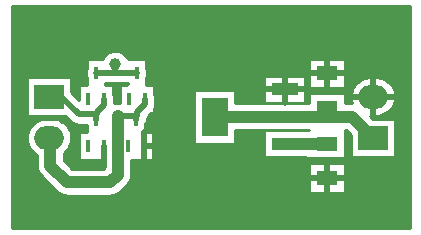
<source format=gbl>
G04 DipTrace 2.4.0.2*
%INLaserPower_v_1.0.GBL*%
%MOMM*%
%ADD10C,0.25*%
%ADD13C,0.5*%
%ADD14C,1.0*%
%ADD15C,0.33*%
%ADD16C,0.3*%
%ADD18R,0.3X1.1*%
%ADD21R,2.5X2.0*%
%ADD22O,2.5X2.0*%
%ADD23R,1.8X1.2*%
%ADD24R,2.2X3.3*%
%ADD25R,2.2X1.0*%
%FSLAX53Y53*%
G04*
G71*
G90*
G75*
G01*
%LNBottom*%
%LPD*%
X23750Y7750D2*
D14*
X25800D1*
X27350D1*
X25800Y7700D2*
Y7750D1*
X7780Y13750D2*
D13*
X9411D1*
X11230D1*
X9411D2*
Y14500D1*
X8450Y11550D2*
Y11050D1*
X7830Y10430D1*
Y10250D1*
X7780D1*
Y9800D1*
X3800Y11750D2*
X4800D1*
X6300Y10250D1*
X7780D1*
X11900Y11550D2*
Y11100D1*
X11280Y10480D1*
Y10100D1*
X11180D1*
Y9800D1*
X3800Y8250D2*
D14*
X3900Y8150D1*
Y5900D1*
X5300Y4500D1*
X9000D1*
X9600Y5100D1*
Y10100D1*
D13*
X11180D1*
X11450Y5250D2*
D14*
X12150Y5950D1*
D13*
X11850Y6250D1*
Y7600D1*
X6000Y7000D2*
D15*
Y6000D1*
X6250Y5750D1*
D13*
X8450D1*
Y6885D1*
D16*
Y7600D1*
X31250Y8250D2*
D14*
X29450Y10050D1*
X27350D1*
X23750D1*
X17850D1*
X27350Y10800D2*
D15*
Y10050D1*
X23750D2*
X27350D1*
D14*
X25800Y7700D3*
X9411Y14500D3*
X11450Y5250D3*
X6200Y8900D3*
X6000Y7000D3*
X650Y19128D2*
D10*
X34350D1*
X650Y18882D2*
X34350D1*
X650Y18635D2*
X34350D1*
X650Y18388D2*
X34350D1*
X650Y18142D2*
X34350D1*
X650Y17895D2*
X34350D1*
X650Y17648D2*
X34350D1*
X650Y17402D2*
X34350D1*
X650Y17155D2*
X34350D1*
X650Y16908D2*
X34350D1*
X650Y16662D2*
X34350D1*
X650Y16415D2*
X34350D1*
X650Y16168D2*
X34350D1*
X650Y15922D2*
X34350D1*
X650Y15675D2*
X34350D1*
X650Y15428D2*
X8735D1*
X10089D2*
X34350D1*
X650Y15182D2*
X8477D1*
X10343D2*
X34350D1*
X650Y14935D2*
X8336D1*
X10484D2*
X34350D1*
X650Y14688D2*
X6969D1*
X12039D2*
X25789D1*
X28910D2*
X34350D1*
X650Y14442D2*
X6969D1*
X12039D2*
X25789D1*
X28910D2*
X34350D1*
X650Y14195D2*
X6969D1*
X12039D2*
X25789D1*
X28910D2*
X34350D1*
X650Y13948D2*
X6891D1*
X12117D2*
X25789D1*
X28910D2*
X34350D1*
X650Y13702D2*
X6872D1*
X12140D2*
X25789D1*
X28910D2*
X34350D1*
X650Y13455D2*
X6922D1*
X12089D2*
X21989D1*
X25511D2*
X25789D1*
X28910D2*
X34350D1*
X650Y13208D2*
X1891D1*
X5711D2*
X6969D1*
X12039D2*
X21989D1*
X25511D2*
X25789D1*
X28910D2*
X30235D1*
X32265D2*
X34350D1*
X650Y12962D2*
X1891D1*
X5711D2*
X6969D1*
X12039D2*
X21989D1*
X25511D2*
X25789D1*
X28910D2*
X29879D1*
X32621D2*
X34350D1*
X650Y12715D2*
X1891D1*
X5711D2*
X6301D1*
X9261D2*
X9750D1*
X12711D2*
X21989D1*
X25511D2*
X25789D1*
X28910D2*
X29657D1*
X32843D2*
X34350D1*
X650Y12468D2*
X1891D1*
X5711D2*
X6301D1*
X9261D2*
X9750D1*
X12711D2*
X21989D1*
X25511D2*
X25789D1*
X28910D2*
X29508D1*
X32992D2*
X34350D1*
X650Y12222D2*
X1891D1*
X5711D2*
X6301D1*
X9261D2*
X9750D1*
X12711D2*
X16090D1*
X19609D2*
X21989D1*
X25511D2*
X29411D1*
X33089D2*
X34350D1*
X650Y11975D2*
X1891D1*
X5851D2*
X6301D1*
X9261D2*
X9750D1*
X12711D2*
X16090D1*
X19609D2*
X21989D1*
X25511D2*
X25789D1*
X28910D2*
X29356D1*
X33144D2*
X34350D1*
X650Y11728D2*
X1891D1*
X6097D2*
X6301D1*
X9343D2*
X9750D1*
X12793D2*
X16090D1*
X19609D2*
X21989D1*
X25511D2*
X25789D1*
X28910D2*
X29340D1*
X33160D2*
X34350D1*
X650Y11482D2*
X1891D1*
X9359D2*
X9750D1*
X12808D2*
X16090D1*
X19609D2*
X21989D1*
X25511D2*
X25789D1*
X28910D2*
X29364D1*
X33136D2*
X34350D1*
X650Y11235D2*
X1891D1*
X9359D2*
X9750D1*
X12808D2*
X16090D1*
X19609D2*
X21989D1*
X25511D2*
X25789D1*
X28910D2*
X29422D1*
X33078D2*
X34350D1*
X650Y10988D2*
X1891D1*
X12804D2*
X16090D1*
X32972D2*
X34350D1*
X650Y10742D2*
X1891D1*
X12734D2*
X16090D1*
X32812D2*
X34350D1*
X650Y10495D2*
X1891D1*
X12711D2*
X16090D1*
X32574D2*
X34350D1*
X650Y10248D2*
X1891D1*
X12324D2*
X16090D1*
X32172D2*
X34350D1*
X650Y10002D2*
X5274D1*
X12183D2*
X16090D1*
X31129D2*
X34350D1*
X650Y9755D2*
X2887D1*
X4714D2*
X5520D1*
X12121D2*
X16090D1*
X33160D2*
X34350D1*
X650Y9508D2*
X2481D1*
X5117D2*
X5793D1*
X12039D2*
X16090D1*
X33160D2*
X34350D1*
X650Y9262D2*
X2243D1*
X5359D2*
X6969D1*
X11988D2*
X16090D1*
X33160D2*
X34350D1*
X650Y9015D2*
X2079D1*
X5519D2*
X6969D1*
X11988D2*
X16090D1*
X33160D2*
X34350D1*
X650Y8768D2*
X1973D1*
X5625D2*
X6301D1*
X12660D2*
X16090D1*
X19609D2*
X21989D1*
X28910D2*
X29102D1*
X33160D2*
X34350D1*
X650Y8522D2*
X1914D1*
X5687D2*
X6301D1*
X12660D2*
X16090D1*
X19609D2*
X21989D1*
X28910D2*
X29340D1*
X33160D2*
X34350D1*
X650Y8275D2*
X1891D1*
X5711D2*
X6301D1*
X12660D2*
X16090D1*
X19609D2*
X21989D1*
X28910D2*
X29340D1*
X33160D2*
X34350D1*
X650Y8028D2*
X1907D1*
X5695D2*
X6301D1*
X12660D2*
X16090D1*
X19609D2*
X21989D1*
X28910D2*
X29340D1*
X33160D2*
X34350D1*
X650Y7782D2*
X1957D1*
X5640D2*
X6301D1*
X12660D2*
X16090D1*
X19609D2*
X21989D1*
X28910D2*
X29340D1*
X33160D2*
X34350D1*
X650Y7535D2*
X2055D1*
X5546D2*
X6301D1*
X12660D2*
X21989D1*
X28910D2*
X29340D1*
X33160D2*
X34350D1*
X650Y7288D2*
X2204D1*
X5398D2*
X6301D1*
X12660D2*
X21989D1*
X28910D2*
X29340D1*
X33160D2*
X34350D1*
X650Y7042D2*
X2422D1*
X5175D2*
X6301D1*
X12660D2*
X21989D1*
X28910D2*
X29340D1*
X33160D2*
X34350D1*
X650Y6795D2*
X2739D1*
X5058D2*
X6301D1*
X12660D2*
X21989D1*
X28910D2*
X29340D1*
X33160D2*
X34350D1*
X650Y6548D2*
X2739D1*
X5058D2*
X6301D1*
X12660D2*
X25789D1*
X28910D2*
X34350D1*
X650Y6302D2*
X2739D1*
X5128D2*
X8442D1*
X10761D2*
X34350D1*
X650Y6055D2*
X2739D1*
X5375D2*
X8442D1*
X10761D2*
X25789D1*
X28910D2*
X34350D1*
X650Y5808D2*
X2743D1*
X5621D2*
X8442D1*
X10761D2*
X25789D1*
X28910D2*
X34350D1*
X650Y5562D2*
X2793D1*
X10761D2*
X25789D1*
X28910D2*
X34350D1*
X650Y5315D2*
X2903D1*
X10761D2*
X25789D1*
X28910D2*
X34350D1*
X650Y5068D2*
X3102D1*
X10757D2*
X25789D1*
X28910D2*
X34350D1*
X650Y4822D2*
X3348D1*
X10726D2*
X25789D1*
X28910D2*
X34350D1*
X650Y4575D2*
X3594D1*
X10632D2*
X25789D1*
X28910D2*
X34350D1*
X650Y4328D2*
X3840D1*
X10457D2*
X25789D1*
X28910D2*
X34350D1*
X650Y4082D2*
X4090D1*
X10211D2*
X25789D1*
X28910D2*
X34350D1*
X650Y3835D2*
X4336D1*
X9964D2*
X25789D1*
X28910D2*
X34350D1*
X650Y3588D2*
X4598D1*
X9699D2*
X34350D1*
X650Y3342D2*
X34350D1*
X650Y3095D2*
X34350D1*
X650Y2848D2*
X34350D1*
X650Y2602D2*
X34350D1*
X650Y2355D2*
X34350D1*
X650Y2108D2*
X34350D1*
X650Y1862D2*
X34350D1*
X650Y1615D2*
X34350D1*
X650Y1368D2*
X34350D1*
X650Y1122D2*
X34350D1*
X650Y875D2*
X34350D1*
X650Y628D2*
X34350D1*
X8567Y12735D2*
X9235D1*
Y11958D1*
X9291Y11826D1*
X9321Y11705D1*
X9335Y11550D1*
Y11202D1*
X9443Y11224D1*
X9567Y11235D1*
X9773Y11220D1*
X9775Y12735D1*
X10443D1*
X10445Y12866D1*
X8563Y12865D1*
X8565Y12736D1*
X6450Y12735D2*
X6993D1*
X6995Y13342D1*
X6934Y13489D1*
X6906Y13610D1*
X6895Y13735D1*
X6902Y13860D1*
X6926Y13982D1*
X6994Y14152D1*
X6995Y14935D1*
X8366D1*
X8411Y15037D1*
X8476Y15144D1*
X8552Y15242D1*
X8639Y15332D1*
X8735Y15412D1*
X8840Y15481D1*
X8951Y15538D1*
X9068Y15582D1*
X9189Y15613D1*
X9313Y15631D1*
X9437Y15635D1*
X9562Y15625D1*
X9685Y15601D1*
X9804Y15565D1*
X9919Y15515D1*
X10027Y15453D1*
X10128Y15380D1*
X10221Y15295D1*
X10303Y15202D1*
X10375Y15099D1*
X10457Y14936D1*
X12015Y14935D1*
Y14158D1*
X12076Y14011D1*
X12104Y13890D1*
X12115Y13765D1*
X12108Y13640D1*
X12084Y13518D1*
X12016Y13348D1*
X12015Y12736D1*
X12685Y12735D1*
Y11958D1*
X12741Y11826D1*
X12771Y11705D1*
X12785Y11550D1*
Y11100D1*
X12776Y10975D1*
X12750Y10853D1*
X12688Y10697D1*
X12685Y10365D1*
X12415D1*
X12164Y10112D1*
X12156Y9975D1*
X12130Y9853D1*
X12056Y9675D1*
X12030Y9553D1*
X11966Y9398D1*
X11965Y8785D1*
X12635D1*
Y6415D1*
X10736D1*
X10735Y5100D1*
X10728Y4975D1*
X10708Y4852D1*
X10674Y4732D1*
X10627Y4616D1*
X10567Y4506D1*
X10496Y4403D1*
X10314Y4209D1*
X9710Y3614D1*
X9608Y3541D1*
X9499Y3480D1*
X9384Y3432D1*
X9264Y3396D1*
X9141Y3374D1*
X8875Y3365D1*
X5300D1*
X5175Y3372D1*
X5052Y3392D1*
X4932Y3426D1*
X4816Y3473D1*
X4706Y3533D1*
X4603Y3604D1*
X4409Y3786D1*
X3097Y5097D1*
X3014Y5191D1*
X2941Y5292D1*
X2880Y5401D1*
X2832Y5516D1*
X2796Y5636D1*
X2774Y5759D1*
X2765Y6025D1*
Y6818D1*
X2565Y6945D1*
X2378Y7110D1*
X2218Y7302D1*
X2089Y7516D1*
X1994Y7747D1*
X1936Y7990D1*
X1915Y8239D1*
X1932Y8488D1*
X1987Y8731D1*
X2079Y8964D1*
X2205Y9179D1*
X2362Y9373D1*
X2547Y9541D1*
X2755Y9679D1*
X2982Y9783D1*
X3222Y9852D1*
X3470Y9883D1*
X4050Y9885D1*
X4220Y9876D1*
X4466Y9831D1*
X4702Y9750D1*
X4922Y9633D1*
X5123Y9484D1*
X5298Y9306D1*
X5445Y9104D1*
X5558Y8881D1*
X5637Y8644D1*
X5678Y8398D1*
X5685Y8250D1*
X5666Y8001D1*
X5609Y7758D1*
X5516Y7526D1*
X5389Y7311D1*
X5230Y7118D1*
X5034Y6945D1*
X5035Y6373D1*
X5772Y5634D1*
X8468Y5635D1*
X8465Y6416D1*
X7665D1*
X6325Y6415D1*
Y8785D1*
X6993D1*
X6995Y9369D1*
X6300Y9365D1*
X6175Y9374D1*
X6053Y9400D1*
X5936Y9443D1*
X5826Y9503D1*
X5674Y9624D1*
X5185Y10113D1*
X1915Y10115D1*
Y13385D1*
X5685D1*
X5691Y12111D1*
X6324Y11478D1*
X6325Y12735D1*
X6450D1*
X28885Y8919D2*
Y6515D1*
X25815D1*
Y6566D1*
X25650Y6575D1*
X25487Y6609D1*
X25425Y6615D1*
X22015D1*
Y8885D1*
X25485Y8881D1*
X25804Y8885D1*
X25815Y8890D1*
Y8917D1*
X25784Y8885D1*
X25816D1*
X25725Y8915D1*
X19582D1*
X19585Y7835D1*
Y7765D1*
X16115D1*
Y12335D1*
X19585D1*
Y11183D1*
X20725Y11185D1*
X25815Y11190D1*
Y12035D1*
X28885D1*
Y11187D1*
X29454Y11185D1*
X29460Y11199D1*
X29405Y11391D1*
X29373Y11589D1*
X29365Y11788D1*
X29382Y11988D1*
X29423Y12183D1*
X29488Y12372D1*
X29575Y12552D1*
X29684Y12720D1*
X29812Y12873D1*
X29958Y13010D1*
X30120Y13128D1*
X30294Y13225D1*
X30479Y13300D1*
X30672Y13352D1*
X30870Y13380D1*
X31100Y13385D1*
X31620Y13381D1*
X31818Y13354D1*
X32012Y13303D1*
X32197Y13229D1*
X32372Y13133D1*
X32535Y13016D1*
X32681Y12880D1*
X32810Y12728D1*
X32920Y12560D1*
X33008Y12381D1*
X33074Y12192D1*
X33116Y11997D1*
X33134Y11798D1*
X33128Y11600D1*
X33098Y11403D1*
X33043Y11210D1*
X32966Y11026D1*
X32867Y10853D1*
X32747Y10693D1*
X32609Y10548D1*
X32454Y10422D1*
X32285Y10316D1*
X32104Y10230D1*
X31914Y10168D1*
X31718Y10130D1*
X31518Y10115D1*
X30989D1*
X31222Y9883D1*
X33135Y9885D1*
Y6615D1*
X29365D1*
Y8533D1*
X28981Y8914D1*
X28884Y8915D1*
X25840Y6085D2*
X28885D1*
Y3615D1*
X25815D1*
Y6085D1*
X25840D1*
X22040Y13485D2*
X25485D1*
Y11215D1*
X22015D1*
Y13485D1*
X22040D1*
X25840Y14935D2*
X28885D1*
Y12465D1*
X25815D1*
Y14935D1*
X25840D1*
X625Y19250D2*
Y625D1*
X34375D1*
Y19375D1*
X625D1*
Y19250D1*
X8450Y7600D2*
D13*
Y6415D1*
X11850Y8784D2*
Y6415D1*
Y7600D2*
X12635D1*
X27350Y6085D2*
Y3615D1*
X25816Y4850D2*
X28885D1*
X23750Y13484D2*
Y11216D1*
X22016Y12350D2*
X25484D1*
X27350Y14934D2*
Y12466D1*
X25816Y13700D2*
X28885D1*
X31250Y13385D2*
Y10115D1*
X29365Y11750D2*
X33135D1*
D18*
X8450Y11550D3*
X7110D3*
X7780Y13750D3*
X8450Y7600D3*
X7110D3*
X7780Y9800D3*
X11900Y11550D3*
X10560D3*
X11230Y13750D3*
X11850Y7600D3*
X10510D3*
X11180Y9800D3*
D21*
X3800Y11750D3*
D22*
Y8250D3*
D23*
X27350Y7750D3*
Y4850D3*
D24*
X17850Y10050D3*
D25*
X23750Y12350D3*
Y10050D3*
Y7750D3*
D23*
X27350Y10800D3*
Y13700D3*
D21*
X31250Y8250D3*
D22*
Y11750D3*
M02*

</source>
